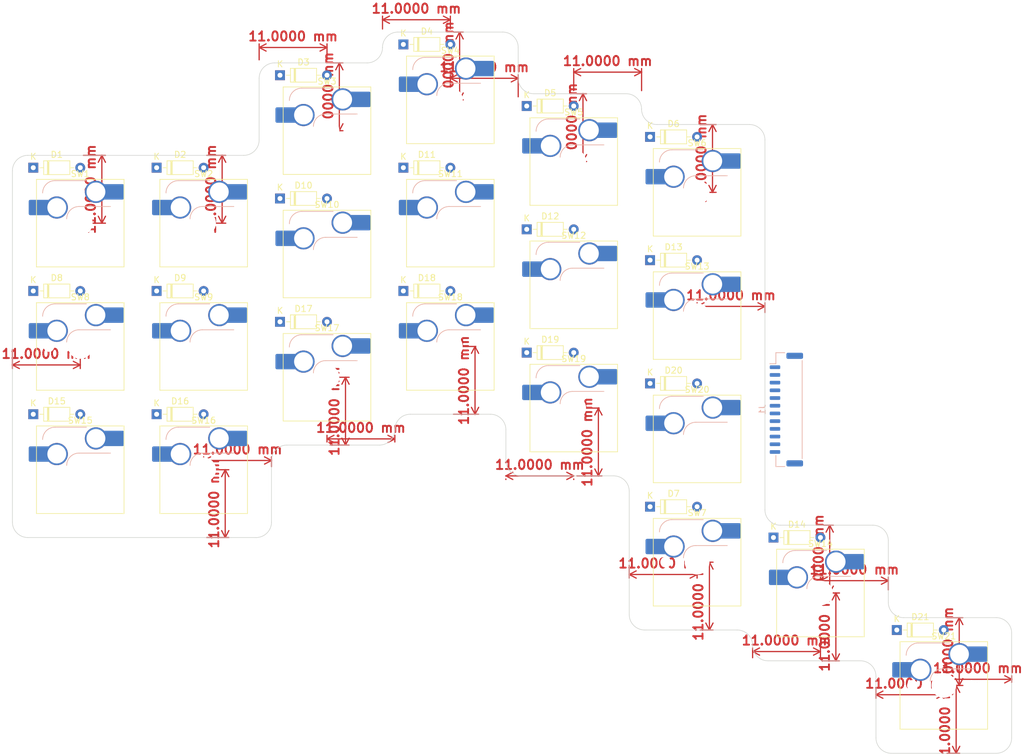
<source format=kicad_pcb>
(kicad_pcb (version 20221018) (generator pcbnew)
  (layers (0 "F.Cu" signal) (31 "B.Cu" signal) (34 "B.Paste" user) (35 "F.Paste" user) (36 "B.SilkS" user "B.Silkscreen") (37 "F.SilkS" user "F.Silkscreen") (38 "B.Mask" user) (39 "F.Mask" user) (44 "Edge.Cuts" user))
  (net 0 "")
  (net 1 "Net-(D1-K)")
  (net 2 "Net-(D1-A)")
  (net 3 "Net-(D2-A)")
  (net 4 "Net-(D3-A)")
  (net 5 "Net-(D4-A)")
  (net 6 "Net-(D5-A)")
  (net 7 "Net-(D6-A)")
  (net 8 "Net-(D7-A)")
  (net 9 "Net-(D10-K)")
  (net 10 "Net-(D8-A)")
  (net 11 "Net-(D9-A)")
  (net 12 "Net-(D10-A)")
  (net 13 "Net-(D11-A)")
  (net 14 "Net-(D12-A)")
  (net 15 "Net-(D13-A)")
  (net 16 "Net-(D14-A)")
  (net 17 "Net-(D15-K)")
  (net 18 "Net-(D15-A)")
  (net 19 "Net-(D16-A)")
  (net 20 "Net-(D17-A)")
  (net 21 "Net-(D18-A)")
  (net 22 "Net-(D19-A)")
  (net 23 "Net-(D20-A)")
  (net 24 "Net-(D21-A)")
  (net 27 "Net-(J1-Pin_6)")
  (net 28 "Net-(J1-Pin_7)")
  (net 29 "Net-(J1-Pin_8)")
  (net 30 "Net-(J1-Pin_9)")
  (net 31 "Net-(J1-Pin_10)")
  (net 32 "Net-(J1-Pin_11)")
  (net 33 "Net-(J1-Pin_12)")
  (footprint "Diode_THT:D_DO-35_SOD27_P7.62mm_Horizontal" (layer "F.Cu") (at 90.38 97)
    (fp_text reference "D16" (at 3.81 -2.12) (layer "F.SilkS"))
    (fp_text value "1N4148")
    (fp_text user "K" (at 0 -1.8) (layer "F.SilkS"))
    (pad "1" thru_hole rect (at 0 0) (size 1.6 1.6) (drill 0.8) (layers "*.Cu" "*.Mask") (net 17 "Net-(D15-K)"))
    (pad "2" thru_hole oval (at 7.62 0) (size 1.6 1.6) (drill 0.8) (layers "*.Cu" "*.Mask") (net 19 "Net-(D16-A)"))
  )
  (footprint "Diode_THT:D_DO-35_SOD27_P7.62mm_Horizontal" (layer "F.Cu") (at 210.38 132)
    (fp_text reference "D21" (at 3.81 -2.12) (layer "F.SilkS"))
    (fp_text value "1N4148")
    (fp_text user "K" (at 0 -1.8) (layer "F.SilkS"))
    (pad "1" thru_hole rect (at 0 0) (size 1.6 1.6) (drill 0.8) (layers "*.Cu" "*.Mask") (net 17 "Net-(D15-K)"))
    (pad "2" thru_hole oval (at 7.62 0) (size 1.6 1.6) (drill 0.8) (layers "*.Cu" "*.Mask") (net 24 "Net-(D21-A)"))
  )
  (footprint "ScottoKeebs_Hotswap:Hotswap_MX_Plated_1.00u" (layer "F.Cu") (at 78 86)
    (fp_text reference "SW8" (at 0 -8) (layer "F.SilkS"))
    (fp_text value "Switch")
    (pad "" np_thru_hole circle (at -5.08 0) (size 1.75 1.75) (drill 1.75) (layers "F&B.Cu" "*.Mask") (clearance 0.1))
    (pad "" np_thru_hole circle (at 0 0) (size 4 4) (drill 4) (layers "*.Cu" "*.Mask"))
    (pad "" np_thru_hole circle (at 5.08 0) (size 1.75 1.75) (drill 1.75) (layers "*.Cu" "*.Mask"))
    (pad "1" smd roundrect (at -6.585 -2.54) (size 3.55 2.5) (layers "B.Cu") (roundrect_rratio 0.1) (net 10 "Net-(D8-A)"))
    (pad "1" thru_hole circle (at -3.81 -2.54) (size 3.6 3.6) (drill 3.05) (layers "*.Cu" "*.Mask") (net 10 "Net-(D8-A)"))
    (pad "2" thru_hole circle (at 2.54 -5.08) (size 3.6 3.6) (drill 3.05) (layers "*.Cu" "*.Mask") (net 33 "Net-(J1-Pin_12)"))
    (pad "2" smd roundrect (at 5.32 -5.08) (size 3.55 2.5) (layers "B.Cu") (roundrect_rratio 0.1) (net 33 "Net-(J1-Pin_12)"))
  )
  (footprint "Diode_THT:D_DO-35_SOD27_P7.62mm_Horizontal" (layer "F.Cu") (at 170.38 72)
    (fp_text reference "D13" (at 3.81 -2.12) (layer "F.SilkS"))
    (fp_text value "1N4148")
    (fp_text user "K" (at 0 -1.8) (layer "F.SilkS"))
    (pad "1" thru_hole rect (at 0 0) (size 1.6 1.6) (drill 0.8) (layers "*.Cu" "*.Mask") (net 9 "Net-(D10-K)"))
    (pad "2" thru_hole oval (at 7.62 0) (size 1.6 1.6) (drill 0.8) (layers "*.Cu" "*.Mask") (net 15 "Net-(D13-A)"))
  )
  (footprint "ScottoKeebs_Hotswap:Hotswap_MX_Plated_1.00u" (layer "F.Cu") (at 218 141)
    (fp_text reference "SW21" (at 0 -8) (layer "F.SilkS"))
    (fp_text value "Switch")
    (pad "" np_thru_hole circle (at -5.08 0) (size 1.75 1.75) (drill 1.75) (layers "F&B.Cu" "*.Mask") (clearance 0.1))
    (pad "" np_thru_hole circle (at 0 0) (size 4 4) (drill 4) (layers "*.Cu" "*.Mask"))
    (pad "" np_thru_hole circle (at 5.08 0) (size 1.75 1.75) (drill 1.75) (layers "*.Cu" "*.Mask"))
    (pad "1" smd roundrect (at -6.585 -2.54) (size 3.55 2.5) (layers "B.Cu") (roundrect_rratio 0.1) (net 24 "Net-(D21-A)"))
    (pad "1" thru_hole circle (at -3.81 -2.54) (size 3.6 3.6) (drill 3.05) (layers "*.Cu" "*.Mask") (net 24 "Net-(D21-A)"))
    (pad "2" thru_hole circle (at 2.54 -5.08) (size 3.6 3.6) (drill 3.05) (layers "*.Cu" "*.Mask") (net 27 "Net-(J1-Pin_6)"))
    (pad "2" smd roundrect (at 5.32 -5.08) (size 3.55 2.5) (layers "B.Cu") (roundrect_rratio 0.1) (net 27 "Net-(J1-Pin_6)"))
  )
  (footprint "Diode_THT:D_DO-35_SOD27_P7.62mm_Horizontal" (layer "F.Cu") (at 110.38 62)
    (fp_text reference "D10" (at 3.81 -2.12) (layer "F.SilkS"))
    (fp_text value "1N4148")
    (fp_text user "K" (at 0 -1.8) (layer "F.SilkS"))
    (pad "1" thru_hole rect (at 0 0) (size 1.6 1.6) (drill 0.8) (layers "*.Cu" "*.Mask") (net 9 "Net-(D10-K)"))
    (pad "2" thru_hole oval (at 7.62 0) (size 1.6 1.6) (drill 0.8) (layers "*.Cu" "*.Mask") (net 12 "Net-(D10-A)"))
  )
  (footprint "ScottoKeebs_Hotswap:Hotswap_MX_Plated_1.00u" (layer "F.Cu") (at 178 81)
    (fp_text reference "SW13" (at 0 -8) (layer "F.SilkS"))
    (fp_text value "Switch")
    (pad "" np_thru_hole circle (at -5.08 0) (size 1.75 1.75) (drill 1.75) (layers "F&B.Cu" "*.Mask") (clearance 0.1))
    (pad "" np_thru_hole circle (at 0 0) (size 4 4) (drill 4) (layers "*.Cu" "*.Mask"))
    (pad "" np_thru_hole circle (at 5.08 0) (size 1.75 1.75) (drill 1.75) (layers "*.Cu" "*.Mask"))
    (pad "1" smd roundrect (at -6.585 -2.54) (size 3.55 2.5) (layers "B.Cu") (roundrect_rratio 0.1) (net 15 "Net-(D13-A)"))
    (pad "1" thru_hole circle (at -3.81 -2.54) (size 3.6 3.6) (drill 3.05) (layers "*.Cu" "*.Mask") (net 15 "Net-(D13-A)"))
    (pad "2" thru_hole circle (at 2.54 -5.08) (size 3.6 3.6) (drill 3.05) (layers "*.Cu" "*.Mask") (net 28 "Net-(J1-Pin_7)"))
    (pad "2" smd roundrect (at 5.32 -5.08) (size 3.55 2.5) (layers "B.Cu") (roundrect_rratio 0.1) (net 28 "Net-(J1-Pin_7)"))
  )
  (footprint "ScottoKeebs_Hotswap:Hotswap_MX_Plated_1.00u" (layer "F.Cu") (at 98 86)
    (fp_text reference "SW9" (at 0 -8) (layer "F.SilkS"))
    (fp_text value "Switch")
    (pad "" np_thru_hole circle (at -5.08 0) (size 1.75 1.75) (drill 1.75) (layers "F&B.Cu" "*.Mask") (clearance 0.1))
    (pad "" np_thru_hole circle (at 0 0) (size 4 4) (drill 4) (layers "*.Cu" "*.Mask"))
    (pad "" np_thru_hole circle (at 5.08 0) (size 1.75 1.75) (drill 1.75) (layers "*.Cu" "*.Mask"))
    (pad "1" smd roundrect (at -6.585 -2.54) (size 3.55 2.5) (layers "B.Cu") (roundrect_rratio 0.1) (net 11 "Net-(D9-A)"))
    (pad "1" thru_hole circle (at -3.81 -2.54) (size 3.6 3.6) (drill 3.05) (layers "*.Cu" "*.Mask") (net 11 "Net-(D9-A)"))
    (pad "2" thru_hole circle (at 2.54 -5.08) (size 3.6 3.6) (drill 3.05) (layers "*.Cu" "*.Mask") (net 32 "Net-(J1-Pin_11)"))
    (pad "2" smd roundrect (at 5.32 -5.08) (size 3.55 2.5) (layers "B.Cu") (roundrect_rratio 0.1) (net 32 "Net-(J1-Pin_11)"))
  )
  (footprint "ScottoKeebs_Hotswap:Hotswap_MX_Plated_1.00u" (layer "F.Cu") (at 198 126)
    (fp_text reference "SW14" (at 0 -8) (layer "F.SilkS"))
    (fp_text value "Switch")
    (pad "" np_thru_hole circle (at -5.08 0) (size 1.75 1.75) (drill 1.75) (layers "F&B.Cu" "*.Mask") (clearance 0.1))
    (pad "" np_thru_hole circle (at 0 0) (size 4 4) (drill 4) (layers "*.Cu" "*.Mask"))
    (pad "" np_thru_hole circle (at 5.08 0) (size 1.75 1.75) (drill 1.75) (layers "*.Cu" "*.Mask"))
    (pad "1" smd roundrect (at -6.585 -2.54) (size 3.55 2.5) (layers "B.Cu") (roundrect_rratio 0.1) (net 16 "Net-(D14-A)"))
    (pad "1" thru_hole circle (at -3.81 -2.54) (size 3.6 3.6) (drill 3.05) (layers "*.Cu" "*.Mask") (net 16 "Net-(D14-A)"))
    (pad "2" thru_hole circle (at 2.54 -5.08) (size 3.6 3.6) (drill 3.05) (layers "*.Cu" "*.Mask") (net 27 "Net-(J1-Pin_6)"))
    (pad "2" smd roundrect (at 5.32 -5.08) (size 3.55 2.5) (layers "B.Cu") (roundrect_rratio 0.1) (net 27 "Net-(J1-Pin_6)"))
  )
  (footprint "ScottoKeebs_Hotswap:Hotswap_MX_Plated_1.00u" (layer "F.Cu") (at 138 46)
    (fp_text reference "SW4" (at 0 -8) (layer "F.SilkS"))
    (fp_text value "Switch")
    (pad "" np_thru_hole circle (at -5.08 0) (size 1.75 1.75) (drill 1.75) (layers "F&B.Cu" "*.Mask") (clearance 0.1))
    (pad "" np_thru_hole circle (at 0 0) (size 4 4) (drill 4) (layers "*.Cu" "*.Mask"))
    (pad "" np_thru_hole circle (at 5.08 0) (size 1.75 1.75) (drill 1.75) (layers "*.Cu" "*.Mask"))
    (pad "1" smd roundrect (at -6.585 -2.54) (size 3.55 2.5) (layers "B.Cu") (roundrect_rratio 0.1) (net 5 "Net-(D4-A)"))
    (pad "1" thru_hole circle (at -3.81 -2.54) (size 3.6 3.6) (drill 3.05) (layers "*.Cu" "*.Mask") (net 5 "Net-(D4-A)"))
    (pad "2" thru_hole circle (at 2.54 -5.08) (size 3.6 3.6) (drill 3.05) (layers "*.Cu" "*.Mask") (net 30 "Net-(J1-Pin_9)"))
    (pad "2" smd roundrect (at 5.32 -5.08) (size 3.55 2.5) (layers "B.Cu") (roundrect_rratio 0.1) (net 30 "Net-(J1-Pin_9)"))
  )
  (footprint "ScottoKeebs_Hotswap:Hotswap_MX_Plated_1.00u" (layer "F.Cu") (at 118 71)
    (fp_text reference "SW10" (at 0 -8) (layer "F.SilkS"))
    (fp_text value "Switch")
    (pad "" np_thru_hole circle (at -5.08 0) (size 1.75 1.75) (drill 1.75) (layers "F&B.Cu" "*.Mask") (clearance 0.1))
    (pad "" np_thru_hole circle (at 0 0) (size 4 4) (drill 4) (layers "*.Cu" "*.Mask"))
    (pad "" np_thru_hole circle (at 5.08 0) (size 1.75 1.75) (drill 1.75) (layers "*.Cu" "*.Mask"))
    (pad "1" smd roundrect (at -6.585 -2.54) (size 3.55 2.5) (layers "B.Cu") (roundrect_rratio 0.1) (net 12 "Net-(D10-A)"))
    (pad "1" thru_hole circle (at -3.81 -2.54) (size 3.6 3.6) (drill 3.05) (layers "*.Cu" "*.Mask") (net 12 "Net-(D10-A)"))
    (pad "2" thru_hole circle (at 2.54 -5.08) (size 3.6 3.6) (drill 3.05) (layers "*.Cu" "*.Mask") (net 31 "Net-(J1-Pin_10)"))
    (pad "2" smd roundrect (at 5.32 -5.08) (size 3.55 2.5) (layers "B.Cu") (roundrect_rratio 0.1) (net 31 "Net-(J1-Pin_10)"))
  )
  (footprint "ScottoKeebs_Hotswap:Hotswap_MX_Plated_1.00u" (layer "F.Cu") (at 138 66)
    (fp_text reference "SW11" (at 0 -8) (layer "F.SilkS"))
    (fp_text value "Switch")
    (pad "" np_thru_hole circle (at -5.08 0) (size 1.75 1.75) (drill 1.75) (layers "F&B.Cu" "*.Mask") (clearance 0.1))
    (pad "" np_thru_hole circle (at 0 0) (size 4 4) (drill 4) (layers "*.Cu" "*.Mask"))
    (pad "" np_thru_hole circle (at 5.08 0) (size 1.75 1.75) (drill 1.75) (layers "*.Cu" "*.Mask"))
    (pad "1" smd roundrect (at -6.585 -2.54) (size 3.55 2.5) (layers "B.Cu") (roundrect_rratio 0.1) (net 13 "Net-(D11-A)"))
    (pad "1" thru_hole circle (at -3.81 -2.54) (size 3.6 3.6) (drill 3.05) (layers "*.Cu" "*.Mask") (net 13 "Net-(D11-A)"))
    (pad "2" thru_hole circle (at 2.54 -5.08) (size 3.6 3.6) (drill 3.05) (layers "*.Cu" "*.Mask") (net 30 "Net-(J1-Pin_9)"))
    (pad "2" smd roundrect (at 5.32 -5.08) (size 3.55 2.5) (layers "B.Cu") (roundrect_rratio 0.1) (net 30 "Net-(J1-Pin_9)"))
  )
  (footprint "Diode_THT:D_DO-35_SOD27_P7.62mm_Horizontal" (layer "F.Cu") (at 170.38 112)
    (fp_text reference "D7" (at 3.81 -2.12) (layer "F.SilkS"))
    (fp_text value "1N4148")
    (fp_text user "K" (at 0 -1.8) (layer "F.SilkS"))
    (pad "1" thru_hole rect (at 0 0) (size 1.6 1.6) (drill 0.8) (layers "*.Cu" "*.Mask") (net 1 "Net-(D1-K)"))
    (pad "2" thru_hole oval (at 7.62 0) (size 1.6 1.6) (drill 0.8) (layers "*.Cu" "*.Mask") (net 8 "Net-(D7-A)"))
  )
  (footprint "ScottoKeebs_Hotswap:Hotswap_MX_Plated_1.00u" (layer "F.Cu") (at 138 86)
    (fp_text reference "SW18" (at 0 -8) (layer "F.SilkS"))
    (fp_text value "Switch")
    (pad "" np_thru_hole circle (at -5.08 0) (size 1.75 1.75) (drill 1.75) (layers "F&B.Cu" "*.Mask") (clearance 0.1))
    (pad "" np_thru_hole circle (at 0 0) (size 4 4) (drill 4) (layers "*.Cu" "*.Mask"))
    (pad "" np_thru_hole circle (at 5.08 0) (size 1.75 1.75) (drill 1.75) (layers "*.Cu" "*.Mask"))
    (pad "1" smd roundrect (at -6.585 -2.54) (size 3.55 2.5) (layers "B.Cu") (roundrect_rratio 0.1) (net 21 "Net-(D18-A)"))
    (pad "1" thru_hole circle (at -3.81 -2.54) (size 3.6 3.6) (drill 3.05) (layers "*.Cu" "*.Mask") (net 21 "Net-(D18-A)"))
    (pad "2" thru_hole circle (at 2.54 -5.08) (size 3.6 3.6) (drill 3.05) (layers "*.Cu" "*.Mask") (net 30 "Net-(J1-Pin_9)"))
    (pad "2" smd roundrect (at 5.32 -5.08) (size 3.55 2.5) (layers "B.Cu") (roundrect_rratio 0.1) (net 30 "Net-(J1-Pin_9)"))
  )
  (footprint "ScottoKeebs_Hotswap:Hotswap_MX_Plated_1.00u" (layer "F.Cu") (at 178 101)
    (fp_text reference "SW20" (at 0 -8) (layer "F.SilkS"))
    (fp_text value "Switch")
    (pad "" np_thru_hole circle (at -5.08 0) (size 1.75 1.75) (drill 1.75) (layers "F&B.Cu" "*.Mask") (clearance 0.1))
    (pad "" np_thru_hole circle (at 0 0) (size 4 4) (drill 4) (layers "*.Cu" "*.Mask"))
    (pad "" np_thru_hole circle (at 5.08 0) (size 1.75 1.75) (drill 1.75) (layers "*.Cu" "*.Mask"))
    (pad "1" smd roundrect (at -6.585 -2.54) (size 3.55 2.5) (layers "B.Cu") (roundrect_rratio 0.1) (net 23 "Net-(D20-A)"))
    (pad "1" thru_hole circle (at -3.81 -2.54) (size 3.6 3.6) (drill 3.05) (layers "*.Cu" "*.Mask") (net 23 "Net-(D20-A)"))
    (pad "2" thru_hole circle (at 2.54 -5.08) (size 3.6 3.6) (drill 3.05) (layers "*.Cu" "*.Mask") (net 28 "Net-(J1-Pin_7)"))
    (pad "2" smd roundrect (at 5.32 -5.08) (size 3.55 2.5) (layers "B.Cu") (roundrect_rratio 0.1) (net 28 "Net-(J1-Pin_7)"))
  )
  (footprint "Diode_THT:D_DO-35_SOD27_P7.62mm_Horizontal" (layer "F.Cu") (at 110.38 42)
    (fp_text reference "D3" (at 3.81 -2.12) (layer "F.SilkS"))
    (fp_text value "1N4148")
    (fp_text user "K" (at 0 -1.8) (layer "F.SilkS"))
    (pad "1" thru_hole rect (at 0 0) (size 1.6 1.6) (drill 0.8) (layers "*.Cu" "*.Mask") (net 1 "Net-(D1-K)"))
    (pad "2" thru_hole oval (at 7.62 0) (size 1.6 1.6) (drill 0.8) (layers "*.Cu" "*.Mask") (net 4 "Net-(D3-A)"))
  )
  (footprint "Diode_THT:D_DO-35_SOD27_P7.62mm_Horizontal" (layer "F.Cu") (at 110.38 82)
    (fp_text reference "D17" (at 3.81 -2.12) (layer "F.SilkS"))
    (fp_text value "1N4148")
    (fp_text user "K" (at 0 -1.8) (layer "F.SilkS"))
    (pad "1" thru_hole rect (at 0 0) (size 1.6 1.6) (drill 0.8) (layers "*.Cu" "*.Mask") (net 17 "Net-(D15-K)"))
    (pad "2" thru_hole oval (at 7.62 0) (size 1.6 1.6) (drill 0.8) (layers "*.Cu" "*.Mask") (net 20 "Net-(D17-A)"))
  )
  (footprint "ScottoKeebs_Hotswap:Hotswap_MX_Plated_1.00u" (layer "F.Cu") (at 118 51)
    (fp_text reference "SW3" (at 0 -8) (layer "F.SilkS"))
    (fp_text value "Switch")
    (pad "" np_thru_hole circle (at -5.08 0) (size 1.75 1.75) (drill 1.75) (layers "F&B.Cu" "*.Mask") (clearance 0.1))
    (pad "" np_thru_hole circle (at 0 0) (size 4 4) (drill 4) (layers "*.Cu" "*.Mask"))
    (pad "" np_thru_hole circle (at 5.08 0) (size 1.75 1.75) (drill 1.75) (layers "*.Cu" "*.Mask"))
    (pad "1" smd roundrect (at -6.585 -2.54) (size 3.55 2.5) (layers "B.Cu") (roundrect_rratio 0.1) (net 4 "Net-(D3-A)"))
    (pad "1" thru_hole circle (at -3.81 -2.54) (size 3.6 3.6) (drill 3.05) (layers "*.Cu" "*.Mask") (net 4 "Net-(D3-A)"))
    (pad "2" thru_hole circle (at 2.54 -5.08) (size 3.6 3.6) (drill 3.05) (layers "*.Cu" "*.Mask") (net 31 "Net-(J1-Pin_10)"))
    (pad "2" smd roundrect (at 5.32 -5.08) (size 3.55 2.5) (layers "B.Cu") (roundrect_rratio 0.1) (net 31 "Net-(J1-Pin_10)"))
  )
  (footprint "Diode_THT:D_DO-35_SOD27_P7.62mm_Horizontal" (layer "F.Cu") (at 90.38 57)
    (fp_text reference "D2" (at 3.81 -2.12) (layer "F.SilkS"))
    (fp_text value "1N4148")
    (fp_text user "K" (at 0 -1.8) (layer "F.SilkS"))
    (pad "1" thru_hole rect (at 0 0) (size 1.6 1.6) (drill 0.8) (layers "*.Cu" "*.Mask") (net 1 "Net-(D1-K)"))
    (pad "2" thru_hole oval (at 7.62 0) (size 1.6 1.6) (drill 0.8) (layers "*.Cu" "*.Mask") (net 3 "Net-(D2-A)"))
  )
  (footprint "Diode_THT:D_DO-35_SOD27_P7.62mm_Horizontal" (layer "F.Cu") (at 90.38 77)
    (fp_text reference "D9" (at 3.81 -2.12) (layer "F.SilkS"))
    (fp_text value "1N4148")
    (fp_text user "K" (at 0 -1.8) (layer "F.SilkS"))
    (pad "1" thru_hole rect (at 0 0) (size 1.6 1.6) (drill 0.8) (layers "*.Cu" "*.Mask") (net 9 "Net-(D10-K)"))
    (pad "2" thru_hole oval (at 7.62 0) (size 1.6 1.6) (drill 0.8) (layers "*.Cu" "*.Mask") (net 11 "Net-(D9-A)"))
  )
  (footprint "Diode_THT:D_DO-35_SOD27_P7.62mm_Horizontal" (layer "F.Cu") (at 190.38 117)
    (fp_text reference "D14" (at 3.81 -2.12) (layer "F.SilkS"))
    (fp_text value "1N4148")
    (fp_text user "K" (at 0 -1.8) (layer "F.SilkS"))
    (pad "1" thru_hole rect (at 0 0) (size 1.6 1.6) (drill 0.8) (layers "*.Cu" "*.Mask") (net 9 "Net-(D10-K)"))
    (pad "2" thru_hole oval (at 7.62 0) (size 1.6 1.6) (drill 0.8) (layers "*.Cu" "*.Mask") (net 16 "Net-(D14-A)"))
  )
  (footprint "Diode_THT:D_DO-35_SOD27_P7.62mm_Horizontal" (layer "F.Cu") (at 150.38 47)
    (fp_text reference "D5" (at 3.81 -2.12) (layer "F.SilkS"))
    (fp_text value "1N4148")
    (fp_text user "K" (at 0 -1.8) (layer "F.SilkS"))
    (pad "1" thru_hole rect (at 0 0) (size 1.6 1.6) (drill 0.8) (layers "*.Cu" "*.Mask") (net 1 "Net-(D1-K)"))
    (pad "2" thru_hole oval (at 7.62 0) (size 1.6 1.6) (drill 0.8) (layers "*.Cu" "*.Mask") (net 6 "Net-(D5-A)"))
  )
  (footprint "ScottoKeebs_Hotswap:Hotswap_MX_Plated_1.00u" (layer "F.Cu") (at 158 76)
    (fp_text reference "SW12" (at 0 -8) (layer "F.SilkS"))
    (fp_text value "Switch")
    (pad "" np_thru_hole circle (at -5.08 0) (size 1.75 1.75) (drill 1.75) (layers "F&B.Cu" "*.Mask") (clearance 0.1))
    (pad "" np_thru_hole circle (at 0 0) (size 4 4) (drill 4) (layers "*.Cu" "*.Mask"))
    (pad "" np_thru_hole circle (at 5.08 0) (size 1.75 1.75) (drill 1.75) (layers "*.Cu" "*.Mask"))
    (pad "1" smd roundrect (at -6.585 -2.54) (size 3.55 2.5) (layers "B.Cu") (roundrect_rratio 0.1) (net 14 "Net-(D12-A)"))
    (pad "1" thru_hole circle (at -3.81 -2.54) (size 3.6 3.6) (drill 3.05) (layers "*.Cu" "*.Mask") (net 14 "Net-(D12-A)"))
    (pad "2" thru_hole circle (at 2.54 -5.08) (size 3.6 3.6) (drill 3.05) (layers "*.Cu" "*.Mask") (net 29 "Net-(J1-Pin_8)"))
    (pad "2" smd roundrect (at 5.32 -5.08) (size 3.55 2.5) (layers "B.Cu") (roundrect_rratio 0.1) (net 29 "Net-(J1-Pin_8)"))
  )
  (footprint "ScottoKeebs_Hotswap:Hotswap_MX_Plated_1.00u" (layer "F.Cu") (at 158 96)
    (fp_text reference "SW19" (at 0 -8) (layer "F.SilkS"))
    (fp_text value "Switch")
    (pad "" np_thru_hole circle (at -5.08 0) (size 1.75 1.75) (drill 1.75) (layers "F&B.Cu" "*.Mask") (clearance 0.1))
    (pad "" np_thru_hole circle (at 0 0) (size 4 4) (drill 4) (layers "*.Cu" "*.Mask"))
    (pad "" np_thru_hole circle (at 5.08 0) (size 1.75 1.75) (drill 1.75) (layers "*.Cu" "*.Mask"))
    (pad "1" smd roundrect (at -6.585 -2.54) (size 3.55 2.5) (layers "B.Cu") (roundrect_rratio 0.1) (net 22 "Net-(D19-A)"))
    (pad "1" thru_hole circle (at -3.81 -2.54) (size 3.6 3.6) (drill 3.05) (layers "*.Cu" "*.Mask") (net 22 "Net-(D19-A)"))
    (pad "2" thru_hole circle (at 2.54 -5.08) (size 3.6 3.6) (drill 3.05) (layers "*.Cu" "*.Mask") (net 29 "Net-(J1-Pin_8)"))
    (pad "2" smd roundrect (at 5.32 -5.08) (size 3.55 2.5) (layers "B.Cu") (roundrect_rratio 0.1) (net 29 "Net-(J1-Pin_8)"))
  )
  (footprint "ScottoKeebs_Hotswap:Hotswap_MX_Plated_1.00u" (layer "F.Cu") (at 78 66)
    (fp_text reference "SW1" (at 0 -8) (layer "F.SilkS"))
    (fp_text value "Switch")
    (pad "" np_thru_hole circle (at -5.08 0) (size 1.75 1.75) (drill 1.75) (layers "F&B.Cu" "*.Mask") (clearance 0.1))
    (pad "" np_thru_hole circle (at 0 0) (size 4 4) (drill 4) (layers "*.Cu" "*.Mask"))
    (pad "" np_thru_hole circle (at 5.08 0) (size 1.75 1.75) (drill 1.75) (layers "*.Cu" "*.Mask"))
    (pad "1" smd roundrect (at -6.585 -2.54) (size 3.55 2.5) (layers "B.Cu") (roundrect_rratio 0.1) (net 2 "Net-(D1-A)"))
    (pad "1" thru_hole circle (at -3.81 -2.54) (size 3.6 3.6) (drill 3.05) (layers "*.Cu" "*.Mask") (net 2 "Net-(D1-A)"))
    (pad "2" thru_hole circle (at 2.54 -5.08) (size 3.6 3.6) (drill 3.05) (layers "*.Cu" "*.Mask") (net 33 "Net-(J1-Pin_12)"))
    (pad "2" smd roundrect (at 5.32 -5.08) (size 3.55 2.5) (layers "B.Cu") (roundrect_rratio 0.1) (net 33 "Net-(J1-Pin_12)"))
  )
  (footprint "Diode_THT:D_DO-35_SOD27_P7.62mm_Horizontal" (layer "F.Cu") (at 70.38 57)
    (fp_text reference "D1" (at 3.81 -2.12) (layer "F.SilkS"))
    (fp_text value "1N4148")
    (fp_text user "K" (at 0 -1.8) (layer "F.SilkS"))
    (pad "1" thru_hole rect (at 0 0) (size 1.6 1.6) (drill 0.8) (layers "*.Cu" "*.Mask") (net 1 "Net-(D1-K)"))
    (pad "2" thru_hole oval (at 7.62 0) (size 1.6 1.6) (drill 0.8) (layers "*.Cu" "*.Mask") (net 2 "Net-(D1-A)"))
  )
  (footprint "Diode_THT:D_DO-35_SOD27_P7.62mm_Horizontal" (layer "F.Cu") (at 130.38 37)
    (fp_text reference "D4" (at 3.81 -2.12) (layer "F.SilkS"))
    (fp_text value "1N4148")
    (fp_text user "K" (at 0 -1.8) (layer "F.SilkS"))
    (pad "1" thru_hole rect (at 0 0) (size 1.6 1.6) (drill 0.8) (layers "*.Cu" "*.Mask") (net 1 "Net-(D1-K)"))
    (pad "2" thru_hole oval (at 7.62 0) (size 1.6 1.6) (drill 0.8) (layers "*.Cu" "*.Mask") (net 5 "Net-(D4-A)"))
  )
  (footprint "Diode_THT:D_DO-35_SOD27_P7.62mm_Horizontal" (layer "F.Cu") (at 130.38 57)
    (fp_text reference "D11" (at 3.81 -2.12) (layer "F.SilkS"))
    (fp_text value "1N4148")
    (fp_text user "K" (at 0 -1.8) (layer "F.SilkS"))
    (pad "1" thru_hole rect (at 0 0) (size 1.6 1.6) (drill 0.8) (layers "*.Cu" "*.Mask") (net 9 "Net-(D10-K)"))
    (pad "2" thru_hole oval (at 7.62 0) (size 1.6 1.6) (drill 0.8) (layers "*.Cu" "*.Mask") (net 13 "Net-(D11-A)"))
  )
  (footprint "ScottoKeebs_Hotswap:Hotswap_MX_Plated_1.00u" (layer "F.Cu") (at 98 106)
    (fp_text reference "SW16" (at 0 -8) (layer "F.SilkS"))
    (fp_text value "Switch")
    (pad "" np_thru_hole circle (at -5.08 0) (size 1.75 1.75) (drill 1.75) (layers "F&B.Cu" "*.Mask") (clearance 0.1))
    (pad "" np_thru_hole circle (at 0 0) (size 4 4) (drill 4) (layers "*.Cu" "*.Mask"))
    (pad "" np_thru_hole circle (at 5.08 0) (size 1.75 1.75) (drill 1.75) (layers "*.Cu" "*.Mask"))
    (pad "1" smd roundrect (at -6.585 -2.54) (size 3.55 2.5) (layers "B.Cu") (roundrect_rratio 0.1) (net 19 "Net-(D16-A)"))
    (pad "1" thru_hole circle (at -3.81 -2.54) (size 3.6 3.6) (drill 3.05) (layers "*.Cu" "*.Mask") (net 19 "Net-(D16-A)"))
    (pad "2" thru_hole circle (at 2.54 -5.08) (size 3.6 3.6) (drill 3.05) (layers "*.Cu" "*.Mask") (net 32 "Net-(J1-Pin_11)"))
    (pad "2" smd roundrect (at 5.32 -5.08) (size 3.55 2.5) (layers "B.Cu") (roundrect_rratio 0.1) (net 32 "Net-(J1-Pin_11)"))
  )
  (footprint "Diode_THT:D_DO-35_SOD27_P7.62mm_Horizontal" (layer "F.Cu") (at 170.38 92)
    (fp_text reference "D20" (at 3.81 -2.12) (layer "F.SilkS"))
    (fp_text value "1N4148")
    (fp_text user "K" (at 0 -1.8) (layer "F.SilkS"))
    (pad "1" thru_hole rect (at 0 0) (size 1.6 1.6) (drill 0.8) (layers "*.Cu" "*.Mask") (net 17 "Net-(D15-K)"))
    (pad "2" thru_hole oval (at 7.62 0) (size 1.6 1.6) (drill 0.8) (layers "*.Cu" "*.Mask") (net 23 "Net-(D20-A)"))
  )
  (footprint "Diode_THT:D_DO-35_SOD27_P7.62mm_Horizontal" (layer "F.Cu") (at 150.38 87)
    (fp_text reference "D19" (at 3.81 -2.12) (layer "F.SilkS"))
    (fp_text value "1N4148")
    (fp_text user "K" (at 0 -1.8) (layer "F.SilkS"))
    (pad "1" thru_hole rect (at 0 0) (size 1.6 1.6) (drill 0.8) (layers "*.Cu" "*.Mask") (net 17 "Net-(D15-K)"))
    (pad "2" thru_hole oval (at 7.62 0) (size 1.6 1.6) (drill 0.8) (layers "*.Cu" "*.Mask") (net 22 "Net-(D19-A)"))
  )
  (footprint "Diode_THT:D_DO-35_SOD27_P7.62mm_Horizontal" (layer "F.Cu") (at 170.38 52)
    (fp_text reference "D6" (at 3.81 -2.12) (layer "F.SilkS"))
    (fp_text value "1N4148")
    (fp_text user "K" (at 0 -1.8) (layer "F.SilkS"))
    (pad "1" thru_hole rect (at 0 0) (size 1.6 1.6) (drill 0.8) (layers "*.Cu" "*.Mask") (net 1 "Net-(D1-K)"))
    (pad "2" thru_hole oval (at 7.62 0) (size 1.6 1.6) (drill 0.8) (layers "*.Cu" "*.Mask") (net 7 "Net-(D6-A)"))
  )
  (footprint "ScottoKeebs_Hotswap:Hotswap_MX_Plated_1.00u" (layer "F.Cu") (at 78 106)
    (fp_text reference "SW15" (at 0 -8) (layer "F.SilkS"))
    (fp_text value "Switch")
    (pad "" np_thru_hole circle (at -5.08 0) (size 1.75 1.75) (drill 1.75) (layers "F&B.Cu" "*.Mask") (clearance 0.1))
    (pad "" np_thru_hole circle (at 0 0) (size 4 4) (drill 4) (layers "*.Cu" "*.Mask"))
    (pad "" np_thru_hole circle (at 5.08 0) (size 1.75 1.75) (drill 1.75) (layers "*.Cu" "*.Mask"))
    (pad "1" smd roundrect (at -6.585 -2.54) (size 3.55 2.5) (layers "B.Cu") (roundrect_rratio 0.1) (net 18 "Net-(D15-A)"))
    (pad "1" thru_hole circle (at -3.81 -2.54) (size 3.6 3.6) (drill 3.05) (layers "*.Cu" "*.Mask") (net 18 "Net-(D15-A)"))
    (pad "2" thru_hole circle (at 2.54 -5.08) (size 3.6 3.6) (drill 3.05) (layers "*.Cu" "*.Mask") (net 33 "Net-(J1-Pin_12)"))
    (pad "2" smd roundrect (at 5.32 -5.08) (size 3.55 2.5) (layers "B.Cu") (roundrect_rratio 0.1) (net 33 "Net-(J1-Pin_12)"))
  )
  (footprint "ScottoKeebs_Hotswap:Hotswap_MX_Plated_1.00u" (layer "F.Cu") (at 98 66)
    (fp_text reference "SW2" (at 0 -8) (layer "F.SilkS"))
    (fp_text value "Switch")
    (pad "" np_thru_hole circle (at -5.08 0) (size 1.75 1.75) (drill 1.75) (layers "F&B.Cu" "*.Mask") (clearance 0.1))
    (pad "" np_thru_hole circle (at 0 0) (size 4 4) (drill 4) (layers "*.Cu" "*.Mask"))
    (pad "" np_thru_hole circle (at 5.08 0) (size 1.75 1.75) (drill 1.75) (layers "*.Cu" "*.Mask"))
    (pad "1" smd roundrect (at -6.585 -2.54) (size 3.55 2.5) (layers "B.Cu") (roundrect_rratio 0.1) (net 3 "Net-(D2-A)"))
    (pad "1" thru_hole circle (at -3.81 -2.54) (size 3.6 3.6) (drill 3.05) (layers "*.Cu" "*.Mask") (net 3 "Net-(D2-A)"))
    (pad "2" thru_hole circle (at 2.54 -5.08) (size 3.6 3.6) (drill 3.05) (layers "*.Cu" "*.Mask") (net 32 "Net-(J1-Pin_11)"))
    (pad "2" smd roundrect (at 5.32 -5.08) (size 3.55 2.5) (layers "B.Cu") (roundrect_rratio 0.1) (net 32 "Net-(J1-Pin_11)"))
  )
  (footprint "ScottoKeebs_Hotswap:Hotswap_MX_Plated_1.00u" (layer "F.Cu") (at 178 121)
    (fp_text reference "SW7" (at 0 -8) (layer "F.SilkS"))
    (fp_text value "Switch")
    (pad "" np_thru_hole circle (at -5.08 0) (size 1.75 1.75) (drill 1.75) (layers "F&B.Cu" "*.Mask") (clearance 0.1))
    (pad "" np_thru_hole circle (at 0 0) (size 4 4) (drill 4) (layers "*.Cu" "*.Mask"))
    (pad "" np_thru_hole circle (at 5.08 0) (size 1.75 1.75) (drill 1.75) (layers "*.Cu" "*.Mask"))
    (pad "1" smd roundrect (at -6.585 -2.54) (size 3.55 2.5) (layers "B.Cu") (roundrect_rratio 0.1) (net 8 "Net-(D7-A)"))
    (pad "1" thru_hole circle (at -3.81 -2.54) (size 3.6 3.6) (drill 3.05) (layers "*.Cu" "*.Mask") (net 8 "Net-(D7-A)"))
    (pad "2" thru_hole circle (at 2.54 -5.08) (size 3.6 3.6) (drill 3.05) (layers "*.Cu" "*.Mask") (net 27 "Net-(J1-Pin_6)"))
    (pad "2" smd roundrect (at 5.32 -5.08) (size 3.55 2.5) (layers "B.Cu") (roundrect_rratio 0.1) (net 27 "Net-(J1-Pin_6)"))
  )
  (footprint "ScottoKeebs_Hotswap:Hotswap_MX_Plated_1.00u" (layer "F.Cu") (at 158 56)
    (fp_text reference "SW5" (at 0 -8) (layer "F.SilkS"))
    (fp_text value "Switch")
    (pad "" np_thru_hole circle (at -5.08 0) (size 1.75 1.75) (drill 1.75) (layers "F&B.Cu" "*.Mask") (clearance 0.1))
    (pad "" np_thru_hole circle (at 0 0) (size 4 4) (drill 4) (layers "*.Cu" "*.Mask"))
    (pad "" np_thru_hole circle (at 5.08 0) (size 1.75 1.75) (drill 1.75) (layers "*.Cu" "*.Mask"))
    (pad "1" smd roundrect (at -6.585 -2.54) (size 3.55 2.5) (layers "B.Cu") (roundrect_rratio 0.1) (net 6 "Net-(D5-A)"))
    (pad "1" thru_hole circle (at -3.81 -2.54) (size 3.6 3.6) (drill 3.05) (layers "*.Cu" "*.Mask") (net 6 "Net-(D5-A)"))
    (pad "2" thru_hole circle (at 2.54 -5.08) (size 3.6 3.6) (drill 3.05) (layers "*.Cu" "*.Mask") (net 29 "Net-(J1-Pin_8)"))
    (pad "2" smd roundrect (at 5.32 -5.08) (size 3.55 2.5) (layers "B.Cu") (roundrect_rratio 0.1) (net 29 "Net-(J1-Pin_8)"))
  )
  (footprint "Diode_THT:D_DO-35_SOD27_P7.62mm_Horizontal" (layer "F.Cu") (at 150.38 67)
    (fp_text reference "D12" (at 3.81 -2.12) (layer "F.SilkS"))
    (fp_text value "1N4148")
    (fp_text user "K" (at 0 -1.8) (layer "F.SilkS"))
    (pad "1" thru_hole rect (at 0 0) (size 1.6 1.6) (drill 0.8) (layers "*.Cu" "*.Mask") (net 9 "Net-(D10-K)"))
    (pad "2" thru_hole oval (at 7.62 0) (size 1.6 1.6) (drill 0.8) (layers "*.Cu" "*.Mask") (net 14 "Net-(D12-A)"))
  )
  (footprint "ScottoKeebs_Hotswap:Hotswap_MX_Plated_1.00u" (layer "F.Cu") (at 178 61)
    (fp_text reference "SW6" (at 0 -8) (layer "F.SilkS"))
    (fp_text value "Switch")
    (pad "" np_thru_hole circle (at -5.08 0) (size 1.75 1.75) (drill 1.75) (layers "F&B.Cu" "*.Mask") (clearance 0.1))
    (pad "" np_thru_hole circle (at 0 0) (size 4 4) (drill 4) (layers "*.Cu" "*.Mask"))
    (pad "" np_thru_hole circle (at 5.08 0) (size 1.75 1.75) (drill 1.75) (layers "*.Cu" "*.Mask"))
    (pad "1" smd roundrect (at -6.585 -2.54) (size 3.55 2.5) (layers "B.Cu") (roundrect_rratio 0.1) (net 7 "Net-(D6-A)"))
    (pad "1" thru_hole circle (at -3.81 -2.54) (size 3.6 3.6) (drill 3.05) (layers "*.Cu" "*.Mask") (net 7 "Net-(D6-A)"))
    (pad "2" thru_hole circle (at 2.54 -5.08) (size 3.6 3.6) (drill 3.05) (layers "*.Cu" "*.Mask") (net 28 "Net-(J1-Pin_7)"))
    (pad "2" smd roundrect (at 5.32 -5.08) (size 3.55 2.5) (layers "B.Cu") (roundrect_rratio 0.1) (net 28 "Net-(J1-Pin_7)"))
  )
  (footprint "Diode_THT:D_DO-35_SOD27_P7.62mm_Horizontal" (layer "F.Cu") (at 70.38 97)
    (fp_text reference "D15" (at 3.81 -2.12) (layer "F.SilkS"))
    (fp_text value "1N4148")
    (fp_text user "K" (at 0 -1.8) (layer "F.SilkS"))
    (pad "1" thru_hole rect (at 0 0) (size 1.6 1.6) (drill 0.8) (layers "*.Cu" "*.Mask") (net 17 "Net-(D15-K)"))
    (pad "2" thru_hole oval (at 7.62 0) (size 1.6 1.6) (drill 0.8) (layers "*.Cu" "*.Mask") (net 18 "Net-(D15-A)"))
  )
  (footprint "Diode_THT:D_DO-35_SOD27_P7.62mm_Horizontal" (layer "F.Cu") (at 70.38 77)
    (fp_text reference "D8" (at 3.81 -2.12) (layer "F.SilkS"))
    (fp_text value "1N4148")
    (fp_text user "K" (at 0 -1.8) (layer "F.SilkS"))
    (pad "1" thru_hole rect (at 0 0) (size 1.6 1.6) (drill 0.8) (layers "*.Cu" "*.Mask") (net 9 "Net-(D10-K)"))
    (pad "2" thru_hole oval (at 7.62 0) (size 1.6 1.6) (drill 0.8) (layers "*.Cu" "*.Mask") (net 10 "Net-(D8-A)"))
  )
  (footprint "ScottoKeebs_Hotswap:Hotswap_MX_Plated_1.00u" (layer "F.Cu") (at 118 91)
    (fp_text reference "SW17" (at 0 -8) (layer "F.SilkS"))
    (fp_text value "Switch")
    (pad "" np_thru_hole circle (at -5.08 0) (size 1.75 1.75) (drill 1.75) (layers "F&B.Cu" "*.Mask") (clearance 0.1))
    (pad "" np_thru_hole circle (at 0 0) (size 4 4) (drill 4) (layers "*.Cu" "*.Mask"))
    (pad "" np_thru_hole circle (at 5.08 0) (size 1.75 1.75) (drill 1.75) (layers "*.Cu" "*.Mask"))
    (pad "1" smd roundrect (at -6.585 -2.54) (size 3.55 2.5) (layers "B.Cu") (roundrect_rratio 0.1) (net 20 "Net-(D17-A)"))
    (pad "1" thru_hole circle (at -3.81 -2.54) (size 3.6 3.6) (drill 3.05) (layers "*.Cu" "*.Mask") (net 20 "Net-(D17-A)"))
    (pad "2" thru_hole circle (at 2.54 -5.08) (size 3.6 3.6) (drill 3.05) (layers "*.Cu" "*.Mask") (net 31 "Net-(J1-Pin_10)"))
    (pad "2" smd roundrect (at 5.32 -5.08) (size 3.55 2.5) (layers "B.Cu") (roundrect_rratio 0.1) (net 31 "Net-(J1-Pin_10)"))
  )
  (footprint "Diode_THT:D_DO-35_SOD27_P7.62mm_Horizontal" (layer "F.Cu") (at 130.38 77)
    (fp_text reference "D18" (at 3.81 -2.12) (layer "F.SilkS"))
    (fp_text value "1N4148")
    (fp_text user "K" (at 0 -1.8) (layer "F.SilkS"))
    (pad "1" thru_hole rect (at 0 0) (size 1.6 1.6) (drill 0.8) (layers "*.Cu" "*.Mask") (net 17 "Net-(D15-K)"))
    (pad "2" thru_hole oval (at 7.62 0) (size 1.6 1.6) (drill 0.8) (layers "*.Cu" "*.Mask") (net 21 "Net-(D18-A)"))
  )
  (footprint "Connector_JST:JST_GH_SM12B-GHS-TB_1x12-1MP_P1.25mm_Horizontal" (layer "B.Cu") (at 192.48 96.245 -90)
    (fp_text reference "J1" (at 0 3.9 -270) (layer "B.SilkS") (effects (justify mirror)))
    (fp_text value "Conn_01x12_Socket")
    (pad "1" smd roundrect (at -6.875 1.85 270) (size 0.6 1.7) (layers "B.Cu" "B.Paste" "B.Mask") (net 1 "Net-(D1-K)"))
    (pad "2" smd roundrect (at -5.625 1.85 270) (size 0.6 1.7) (layers "B.Cu" "B.Paste" "B.Mask") (net 9 "Net-(D10-K)"))
    (pad "3" smd roundrect (at -4.375 1.85 270) (size 0.6 1.7) (layers "B.Cu" "B.Paste" "B.Mask") (net 17 "Net-(D15-K)"))
    (pad "4" smd roundrect (at -3.125 1.85 270) (size 0.6 1.7) (layers "B.Cu" "B.Paste" "B.Mask"))
    (pad "5" smd roundrect (at -1.875 1.85 270) (size 0.6 1.7) (layers "B.Cu" "B.Paste" "B.Mask"))
    (pad "6" smd roundrect (at -0.625 1.85 270) (size 0.6 1.7) (layers "B.Cu" "B.Paste" "B.Mask") (net 27 "Net-(J1-Pin_6)"))
    (pad "7" smd roundrect (at 0.625 1.85 270) (size 0.6 1.7) (layers "B.Cu" "B.Paste" "B.Mask") (net 28 "Net-(J1-Pin_7)"))
    (pad "8" smd roundrect (at 1.875 1.85 270) (size 0.6 1.7) (layers "B.Cu" "B.Paste" "B.Mask") (net 29 "Net-(J1-Pin_8)"))
    (pad "9" smd roundrect (at 3.125 1.85 270) (size 0.6 1.7) (layers "B.Cu" "B.Paste" "B.Mask") (net 30 "Net-(J1-Pin_9)"))
    (pad "10" smd roundrect (at 4.375 1.85 270) (size 0.6 1.7) (layers "B.Cu" "B.Paste" "B.Mask") (net 31 "Net-(J1-Pin_10)"))
    (pad "11" smd roundrect (at 5.625 1.85 270) (size 0.6 1.7) (layers "B.Cu" "B.Paste" "B.Mask") (net 32 "Net-(J1-Pin_11)"))
    (pad "12" smd roundrect (at 6.875 1.85 270) (size 0.6 1.7) (layers "B.Cu" "B.Paste" "B.Mask") (net 33 "Net-(J1-Pin_12)"))
    (pad "MP" smd roundrect (at -8.725 -1.35 270) (size 1 2.7) (layers "B.Cu" "B.Paste" "B.Mask"))
    (pad "MP" smd roundrect (at 8.725 -1.35 270) (size 1 2.7) (layers "B.Cu" "B.Paste" "B.Mask"))
  )
  (gr_arc (start 226.5 130) (mid 228.267767 130.732233) (end 229 132.5) (stroke (width 0.1)) (layer "Edge.Cuts"))
  (gr_line (start 151.5 45) (end 166.5 45) (stroke (width 0.1)) (layer "Edge.Cuts"))
  (gr_arc (start 107 42.5) (mid 107.732233 40.732233) (end 109.5 40) (stroke (width 0.1)) (layer "Edge.Cuts"))
  (gr_arc (start 164.5 107) (mid 166.267767 107.732233) (end 167 109.5) (stroke (width 0.1)) (layer "Edge.Cuts"))
  (gr_arc (start 204.5 137) (mid 206.267767 137.732233) (end 207 139.5) (stroke (width 0.1)) (layer "Edge.Cuts"))
  (gr_arc (start 127 37.5) (mid 126.267767 39.267767) (end 124.5 40) (stroke (width 0.1)) (layer "Edge.Cuts"))
  (gr_line (start 127 37.5) (end 127 37.5) (stroke (width 0.1)) (layer "Edge.Cuts"))
  (gr_arc (start 129 99.5) (mid 129.732233 97.732233) (end 131.5 97) (stroke (width 0.1)) (layer "Edge.Cuts"))
  (gr_arc (start 69.5 117) (mid 67.732233 116.267767) (end 67 114.5) (stroke (width 0.1)) (layer "Edge.Cuts"))
  (gr_line (start 69.5 55) (end 104.5 55) (stroke (width 0.1)) (layer "Edge.Cuts"))
  (gr_line (start 171.5 50) (end 186.5 50) (stroke (width 0.1)) (layer "Edge.Cuts"))
  (gr_line (start 144.5 97) (end 131.5 97) (stroke (width 0.1)) (layer "Edge.Cuts"))
  (gr_arc (start 169.5 132) (mid 167.732233 131.267767) (end 167 129.5) (stroke (width 0.1)) (layer "Edge.Cuts"))
  (gr_line (start 126.5 102) (end 111.5 102) (stroke (width 0.1)) (layer "Edge.Cuts"))
  (gr_line (start 149 37.5) (end 149 42.5) (stroke (width 0.1)) (layer "Edge.Cuts"))
  (gr_line (start 129.5 35) (end 146.5 35) (stroke (width 0.1)) (layer "Edge.Cuts"))
  (gr_line (start 109.5 40) (end 124.5 40) (stroke (width 0.1)) (layer "Edge.Cuts"))
  (gr_line (start 109 104.5) (end 109 114.5) (stroke (width 0.1)) (layer "Edge.Cuts"))
  (gr_line (start 187 134.5) (end 187 134.5) (stroke (width 0.1)) (layer "Edge.Cuts"))
  (gr_arc (start 107 52.5) (mid 106.267767 54.267767) (end 104.5 55) (stroke (width 0.1)) (layer "Edge.Cuts"))
  (gr_arc (start 144.5 97) (mid 146.267767 97.732233) (end 147 99.5) (stroke (width 0.1)) (layer "Edge.Cuts"))
  (gr_line (start 147 104.5) (end 147 99.5) (stroke (width 0.1)) (layer "Edge.Cuts"))
  (gr_line (start 189 52.5) (end 189 112.5) (stroke (width 0.1)) (layer "Edge.Cuts"))
  (gr_line (start 164.5 107) (end 149.5 107) (stroke (width 0.1)) (layer "Edge.Cuts"))
  (gr_arc (start 146.5 35) (mid 148.267767 35.732233) (end 149 37.5) (stroke (width 0.1)) (layer "Edge.Cuts"))
  (gr_line (start 204.5 137) (end 189.5 137) (stroke (width 0.1)) (layer "Edge.Cuts"))
  (gr_arc (start 171.5 50) (mid 169.732233 49.267767) (end 169 47.5) (stroke (width 0.1)) (layer "Edge.Cuts"))
  (gr_line (start 207 149.5) (end 207 139.5) (stroke (width 0.1)) (layer "Edge.Cuts"))
  (gr_arc (start 189.5 137) (mid 187.732233 136.267767) (end 187 134.5) (stroke (width 0.1)) (layer "Edge.Cuts"))
  (gr_line (start 211.5 130) (end 226.5 130) (stroke (width 0.1)) (layer "Edge.Cuts"))
  (gr_arc (start 186.5 50) (mid 188.267767 50.732233) (end 189 52.5) (stroke (width 0.1)) (layer "Edge.Cuts"))
  (gr_arc (start 149.5 107) (mid 147.732233 106.267767) (end 147 104.5) (stroke (width 0.1)) (layer "Edge.Cuts"))
  (gr_arc (start 206.5 115) (mid 208.267767 115.732233) (end 209 117.5) (stroke (width 0.1)) (layer "Edge.Cuts"))
  (gr_line (start 107 52.5) (end 107 42.5) (stroke (width 0.1)) (layer "Edge.Cuts"))
  (gr_arc (start 209.5 152) (mid 207.732233 151.267767) (end 207 149.5) (stroke (width 0.1)) (layer "Edge.Cuts"))
  (gr_line (start 191.5 115) (end 206.5 115) (stroke (width 0.1)) (layer "Edge.Cuts"))
  (gr_arc (start 109 104.5) (mid 109.732233 102.732233) (end 111.5 102) (stroke (width 0.1)) (layer "Edge.Cuts"))
  (gr_line (start 129 99.5) (end 129 99.5) (stroke (width 0.1)) (layer "Edge.Cuts"))
  (gr_arc (start 184.5 132) (mid 186.267767 132.732233) (end 187 134.5) (stroke (width 0.1)) (layer "Edge.Cuts"))
  (gr_line (start 67 114.5) (end 67 57.5) (stroke (width 0.1)) (layer "Edge.Cuts"))
  (gr_line (start 229 132.5) (end 229 149.5) (stroke (width 0.1)) (layer "Edge.Cuts"))
  (gr_line (start 169 47.5) (end 169 47.5) (stroke (width 0.1)) (layer "Edge.Cuts"))
  (gr_line (start 167 129.5) (end 167 109.5) (stroke (width 0.1)) (layer "Edge.Cuts"))
  (gr_arc (start 109 114.5) (mid 108.267767 116.267767) (end 106.5 117) (stroke (width 0.1)) (layer "Edge.Cuts"))
  (gr_arc (start 67 57.5) (mid 67.732233 55.732233) (end 69.5 55) (stroke (width 0.1)) (layer "Edge.Cuts"))
  (gr_line (start 226.5 152) (end 209.5 152) (stroke (width 0.1)) (layer "Edge.Cuts"))
  (gr_line (start 209 117.5) (end 209 127.5) (stroke (width 0.1)) (layer "Edge.Cuts"))
  (gr_arc (start 229 149.5) (mid 228.267767 151.267767) (end 226.5 152) (stroke (width 0.1)) (layer "Edge.Cuts"))
  (gr_arc (start 127 37.5) (mid 127.732233 35.732233) (end 129.5 35) (stroke (width 0.1)) (layer "Edge.Cuts"))
  (gr_arc (start 211.5 130) (mid 209.732233 129.267767) (end 209 127.5) (stroke (width 0.1)) (layer "Edge.Cuts"))
  (gr_arc (start 151.5 45) (mid 149.732233 44.267767) (end 149 42.5) (stroke (width 0.1)) (layer "Edge.Cuts"))
  (gr_arc (start 166.5 45) (mid 168.267767 45.732233) (end 169 47.5) (stroke (width 0.1)) (layer "Edge.Cuts"))
  (gr_arc (start 129 99.5) (mid 128.267767 101.267767) (end 126.5 102) (stroke (width 0.1)) (layer "Edge.Cuts"))
  (gr_line (start 184.5 132) (end 169.5 132) (stroke (width 0.1)) (layer "Edge.Cuts"))
  (gr_arc (start 191.5 115) (mid 189.732233 114.267767) (end 189 112.5) (stroke (width 0.1)) (layer "Edge.Cuts"))
  (gr_line (start 106.5 117) (end 69.5 117) (stroke (width 0.1)) (layer "Edge.Cuts"))
  (dimension (type aligned) (layer "F.Cu") (pts (xy 98 66) (xy 98 55)) (height 3) (gr_text "11.0000 mm" (at 99.2 60.5 90) (layer "F.Cu") (effects (font (size 1.5 1.5) (thickness 0.3)))) (format (prefix "") (suffix "") (units 3) (units_format 1) (precision 4)) (style (thickness 0.2) (arrow_length 1.27) (text_position_mode 0) (extension_height 0.58642) (extension_offset 0.5) keep_text_aligned))
  (dimension (type aligned) (layer "F.Cu") (pts (xy 118 102) (xy 129 102)) (height -1) (gr_text "11.0000 mm" (at 123.5 99.2) (layer "F.Cu") (effects (font (size 1.5 1.5) (thickness 0.3)))) (format (prefix "") (suffix "") (units 3) (units_format 1) (precision 4)) (style (thickness 0.2) (arrow_length 1.27) (text_position_mode 0) (extension_height 0.58642) (extension_offset 0.5) keep_text_aligned))
  (dimension (type aligned) (layer "F.Cu") (pts (xy 218 141) (xy 218 130)) (height 2.5) (gr_text "11.0000 mm" (at 218.7 135.5 90) (layer "F.Cu") (effects (font (size 1.5 1.5) (thickness 0.3)))) (format (prefix "") (suffix "") (units 3) (units_format 1) (precision 4)) (style (thickness 0.2) (arrow_length 1.27) (text_position_mode 0) (extension_height 0.58642) (extension_offset 0.5) keep_text_aligned))
  (dimension (type aligned) (layer "F.Cu") (pts (xy 138 35) (xy 127 35)) (height 2) (gr_text "11.0000 mm" (at 132.5 31.2) (layer "F.Cu") (effects (font (size 1.5 1.5) (thickness 0.3)))) (format (prefix "") (suffix "") (units 3) (units_format 1) (precision 4)) (style (thickness 0.2) (arrow_length 1.27) (text_position_mode 0) (extension_height 0.58642) (extension_offset 0.5) keep_text_aligned))
  (dimension (type aligned) (layer "F.Cu") (pts (xy 218 141) (xy 229 141)) (height -1) (gr_text "11.0000 mm" (at 223.5 138.2) (layer "F.Cu") (effects (font (size 1.5 1.5) (thickness 0.3)))) (format (prefix "") (suffix "") (units 3) (units_format 1) (precision 4)) (style (thickness 0.2) (arrow_length 1.27) (text_position_mode 0) (extension_height 0.58642) (extension_offset 0.5) keep_text_aligned))
  (dimension (type aligned) (layer "F.Cu") (pts (xy 78 86) (xy 67 86)) (height -3) (gr_text "11.0000 mm" (at 72.5 87.2) (layer "F.Cu") (effects (font (size 1.5 1.5) (thickness 0.3)))) (format (prefix "") (suffix "") (units 3) (units_format 1) (precision 4)) (style (thickness 0.2) (arrow_length 1.27) (text_position_mode 0) (extension_height 0.58642) (extension_offset 0.5) keep_text_aligned))
  (dimension (type aligned) (layer "F.Cu") (pts (xy 138 46) (xy 149 46)) (height -3.5) (gr_text "11.0000 mm" (at 143.5 40.7) (layer "F.Cu") (effects (font (size 1.5 1.5) (thickness 0.3)))) (format (prefix "") (suffix "") (units 3) (units_format 1) (precision 4)) (style (thickness 0.2) (arrow_length 1.27) (text_position_mode 0) (extension_height 0.58642) (extension_offset 0.5) keep_text_aligned))
  (dimension (type aligned) (layer "F.Cu") (pts (xy 158 45) (xy 169 45)) (height -3.5) (gr_text "11.0000 mm" (at 163.5 39.7) (layer "F.Cu") (effects (font (size 1.5 1.5) (thickness 0.3)))) (format (prefix "") (suffix "") (units 3) (units_format 1) (precision 4)) (style (thickness 0.2) (arrow_length 1.27) (text_position_mode 0) (extension_height 0.58642) (extension_offset 0.5) keep_text_aligned))
  (dimension (type aligned) (layer "F.Cu") (pts (xy 158 56) (xy 158 45)) (height 1.5) (gr_text "11.0000 mm" (at 157.7 50.5 90) (layer "F.Cu") (effects (font (size 1.5 1.5) (thickness 0.3)))) (format (prefix "") (suffix "") (units 3) (units_format 1) (precision 4)) (style (thickness 0.2) (arrow_length 1.27) (text_position_mode 0) (extension_height 0.58642) (extension_offset 0.5) keep_text_aligned))
  (dimension (type aligned) (layer "F.Cu") (pts (xy 198 126) (xy 198 137)) (height -2.5) (gr_text "11.0000 mm" (at 198.7 131.5 90) (layer "F.Cu") (effects (font (size 1.5 1.5) (thickness 0.3)))) (format (prefix "") (suffix "") (units 3) (units_format 1) (precision 4)) (style (thickness 0.2) (arrow_length 1.27) (text_position_mode 0) (extension_height 0.58642) (extension_offset 0.5) keep_text_aligned))
  (dimension (type aligned) (layer "F.Cu") (pts (xy 98 106) (xy 98 117)) (height -3.5) (gr_text "11.0000 mm" (at 99.7 111.5 90) (layer "F.Cu") (effects (font (size 1.5 1.5) (thickness 0.3)))) (format (prefix "") (suffix "") (units 3) (units_format 1) (precision 4)) (style (thickness 0.2) (arrow_length 1.27) (text_position_mode 0) (extension_height 0.58642) (extension_offset 0.5) keep_text_aligned))
  (dimension (type aligned) (layer "F.Cu") (pts (xy 158 96) (xy 158 107)) (height -3.999999) (gr_text "11.0000 mm" (at 160.199999 101.5 90) (layer "F.Cu") (effects (font (size 1.5 1.5) (thickness 0.3)))) (format (prefix "") (suffix "") (units 3) (units_format 1) (precision 4)) (style (thickness 0.2) (arrow_length 1.27) (text_position_mode 0) (extension_height 0.58642) (extension_offset 0.5) keep_text_aligned))
  (dimension (type aligned) (layer "F.Cu") (pts (xy 118 51) (xy 118 40)) (height 2) (gr_text "11.0000 mm" (at 118.2 45.5 90) (layer "F.Cu") (effects (font (size 1.5 1.5) (thickness 0.3)))) (format (prefix "") (suffix "") (units 3) (units_format 1) (precision 4)) (style (thickness 0.2) (arrow_length 1.27) (text_position_mode 0) (extension_height 0.58642) (extension_offset 0.5) keep_text_aligned))
  (dimension (type aligned) (layer "F.Cu") (pts (xy 78 66) (xy 78 55)) (height 3.5) (gr_text "11.0000 mm" (at 79.7 60.5 90) (layer "F.Cu") (effects (font (size 1.5 1.5) (thickness 0.3)))) (format (prefix "") (suffix "") (units 3) (units_format 1) (precision 4)) (style (thickness 0.2) (arrow_length 1.27) (text_position_mode 0) (extension_height 0.58642) (extension_offset 0.5) keep_text_aligned))
  (dimension (type aligned) (layer "F.Cu") (pts (xy 98 106) (xy 109 106)) (height -1.5) (gr_text "11.0000 mm" (at 103.5 102.7) (layer "F.Cu") (effects (font (size 1.5 1.5) (thickness 0.3)))) (format (prefix "") (suffix "") (units 3) (units_format 1) (precision 4)) (style (thickness 0.2) (arrow_length 1.27) (text_position_mode 0) (extension_height 0.58642) (extension_offset 0.5) keep_text_aligned))
  (dimension (type aligned) (layer "F.Cu") (pts (xy 158 107) (xy 147 107)) (height 0) (gr_text "11.0000 mm" (at 152.5 105.2) (layer "F.Cu") (effects (font (size 1.5 1.5) (thickness 0.3)))) (format (prefix "") (suffix "") (units 3) (units_format 1) (precision 4)) (style (thickness 0.2) (arrow_length 1.27) (text_position_mode 0) (extension_height 0.58642) (extension_offset 0.5) keep_text_aligned))
  (dimension (type aligned) (layer "F.Cu") (pts (xy 138 46) (xy 138 35)) (height 1.5) (gr_text "11.0000 mm" (at 137.7 40.5 90) (layer "F.Cu") (effects (font (size 1.5 1.5) (thickness 0.3)))) (format (prefix "") (suffix "") (units 3) (units_format 1) (precision 4)) (style (thickness 0.2) (arrow_length 1.27) (text_position_mode 0) (extension_height 0.58642) (extension_offset 0.5) keep_text_aligned))
  (dimension (type aligned) (layer "F.Cu") (pts (xy 178 81) (xy 189 81)) (height -1.5) (gr_text "11.0000 mm" (at 183.5 77.7) (layer "F.Cu") (effects (font (size 1.5 1.5) (thickness 0.3)))) (format (prefix "") (suffix "") (units 3) (units_format 1) (precision 4)) (style (thickness 0.2) (arrow_length 1.27) (text_position_mode 0) (extension_height 0.58642) (extension_offset 0.5) keep_text_aligned))
  (dimension (type aligned) (layer "F.Cu") (pts (xy 178 121) (xy 167 121)) (height -2) (gr_text "11.0000 mm" (at 172.5 121.2) (layer "F.Cu") (effects (font (size 1.5 1.5) (thickness 0.3)))) (format (prefix "") (suffix "") (units 3) (units_format 1) (precision 4)) (style (thickness 0.2) (arrow_length 1.27) (text_position_mode 0) (extension_height 0.58642) (extension_offset 0.5) keep_text_aligned))
  (dimension (type aligned) (layer "F.Cu") (pts (xy 198 126) (xy 209 126)) (height -2) (gr_text "11.0000 mm" (at 203.5 122.2) (layer "F.Cu") (effects (font (size 1.5 1.5) (thickness 0.3)))) (format (prefix "") (suffix "") (units 3) (units_format 1) (precision 4)) (style (thickness 0.2) (arrow_length 1.27) (text_position_mode 0) (extension_height 0.58642) (extension_offset 0.5) keep_text_aligned))
  (dimension (type aligned) (layer "F.Cu") (pts (xy 138 86) (xy 138 97)) (height -4) (gr_text "11.0000 mm" (at 140.2 91.5 90) (layer "F.Cu") (effects (font (size 1.5 1.5) (thickness 0.3)))) (format (prefix "") (suffix "") (units 3) (units_format 1) (precision 4)) (style (thickness 0.2) (arrow_length 1.27) (text_position_mode 0) (extension_height 0.58642) (extension_offset 0.5) keep_text_aligned))
  (dimension (type aligned) (layer "F.Cu") (pts (xy 198 126) (xy 198 115)) (height 1.5) (gr_text "11.0000 mm" (at 197.7 120.5 90) (layer "F.Cu") (effects (font (size 1.5 1.5) (thickness 0.3)))) (format (prefix "") (suffix "") (units 3) (units_format 1) (precision 4)) (style (thickness 0.2) (arrow_length 1.27) (text_position_mode 0) (extension_height 0.58642) (extension_offset 0.5) keep_text_aligned))
  (dimension (type aligned) (layer "F.Cu") (pts (xy 118 40) (xy 107 40)) (height 2.5) (gr_text "11.0000 mm" (at 112.5 35.7) (layer "F.Cu") (effects (font (size 1.5 1.5) (thickness 0.3)))) (format (prefix "") (suffix "") (units 3) (units_format 1) (precision 4)) (style (thickness 0.2) (arrow_length 1.27) (text_position_mode 0) (extension_height 0.58642) (extension_offset 0.5) keep_text_aligned))
  (dimension (type aligned) (layer "F.Cu") (pts (xy 118 91) (xy 118 102)) (height -3) (gr_text "11.0000 mm" (at 119.2 96.5 90) (layer "F.Cu") (effects (font (size 1.5 1.5) (thickness 0.3)))) (format (prefix "") (suffix "") (units 3) (units_format 1) (precision 4)) (style (thickness 0.2) (arrow_length 1.27) (text_position_mode 0) (extension_height 0.58642) (extension_offset 0.5) keep_text_aligned))
  (dimension (type aligned) (layer "F.Cu") (pts (xy 178 61) (xy 178 50)) (height 2.5) (gr_text "11.0000 mm" (at 178.7 55.5 90) (layer "F.Cu") (effects (font (size 1.5 1.5) (thickness 0.3)))) (format (prefix "") (suffix "") (units 3) (units_format 1) (precision 4)) (style (thickness 0.2) (arrow_length 1.27) (text_position_mode 0) (extension_height 0.58642) (extension_offset 0.5) keep_text_aligned))
  (dimension (type aligned) (layer "F.Cu") (pts (xy 198 137) (xy 187 137)) (height 1.5) (gr_text "11.0000 mm" (at 192.5 133.7) (layer "F.Cu") (effects (font (size 1.5 1.5) (thickness 0.3)))) (format (prefix "") (suffix "") (units 3) (units_format 1) (precision 4)) (style (thickness 0.2) (arrow_length 1.27) (text_position_mode 0) (extension_height 0.58642) (extension_offset 0.5) keep_text_aligned))
  (dimension (type aligned) (layer "F.Cu") (pts (xy 218 141) (xy 218 152)) (height -2) (gr_text "11.0000 mm" (at 218.2 146.5 90) (layer "F.Cu") (effects (font (size 1.5 1.5) (thickness 0.3)))) (format (prefix "") (suffix "") (units 3) (units_format 1) (precision 4)) (style (thickness 0.2) (arrow_length 1.27) (text_position_mode 0) (extension_height 0.58642) (extension_offset 0.5) keep_text_aligned))
  (dimension (type aligned) (layer "F.Cu") (pts (xy 178 121) (xy 178 132)) (height -2) (gr_text "11.0000 mm" (at 178.2 126.5 90) (layer "F.Cu") (effects (font (size 1.5 1.5) (thickness 0.3)))) (format (prefix "") (suffix "") (units 3) (units_format 1) (precision 4)) (style (thickness 0.2) (arrow_length 1.27) (text_position_mode 0) (extension_height 0.58642) (extension_offset 0.5) keep_text_aligned))
  (dimension (type aligned) (layer "F.Cu") (pts (xy 218 141) (xy 207 141)) (height -1.5) (gr_text "11.0000 mm" (at 212.5 140.7) (layer "F.Cu") (effects (font (size 1.5 1.5) (thickness 0.3)))) (format (prefix "") (suffix "") (units 3) (units_format 1) (precision 4)) (style (thickness 0.2) (arrow_length 1.27) (text_position_mode 0) (extension_height 0.58642) (extension_offset 0.5) keep_text_aligned))
)
</source>
